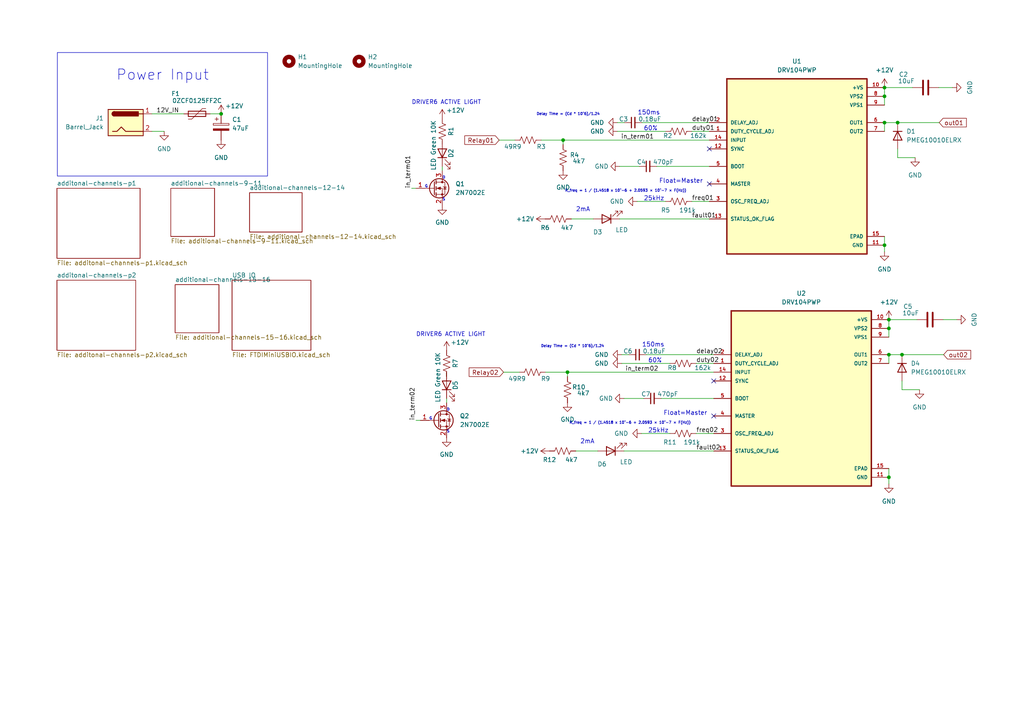
<source format=kicad_sch>
(kicad_sch (version 20231120) (generator "eeschema") (generator_version "8.0")
  (paper "A4")
  (title_block (title "16 Channel PWM Solenoid Driver - USB") (date "2024-06-12") (rev "3") (company "Boston University"))
  (lib_symbols
    (symbol "Connector:Barrel_Jack" (pin_names (offset 1.016))
      (property "Reference" "J" (at 0 5.334 0))
      (property "Value" "Barrel_Jack" (at 0 -5.08 0))
      (symbol "Barrel_Jack_0_1"
        (rectangle (start -5.08 3.81) (end 5.08 -3.81) (stroke (width 0.254)) (fill (type background)))
        (arc (start -3.302 3.175) (mid -3.9343 2.54) (end -3.302 1.905) (stroke (width 0.254)))
        (arc (start -3.302 3.175) (mid -3.9343 2.54) (end -3.302 1.905) (stroke (width 0.254)) (fill (type outline)))
        (polyline (pts (xy 5.08 2.54) (xy 3.81 2.54)) (stroke (width 0.254)))
        (polyline (pts (xy -3.81 -2.54) (xy -2.54 -2.54) (xy -1.27 -1.27) (xy 0 -2.54) (xy 2.54 -2.54) (xy 5.08 -2.54)) (stroke (width 0.254)))
        (rectangle (start 3.683 3.175) (end -3.302 1.905) (stroke (width 0.254)) (fill (type outline)))
      )
      (symbol "Barrel_Jack_1_1"
        (pin passive line (at 7.62 2.54 180) (length 2.54) (name "~") (number "1"))
        (pin passive line (at 7.62 -2.54 180) (length 2.54) (name "~") (number "2"))
      )
    )
    (symbol "DRV104PWP:DRV104PWP" (pin_names (offset 1.016))
      (property "Reference" "U" (at -20.32 26.4 0))
      (property "Value" "DRV104PWP" (at -20.32 -29.4 0))
      (symbol "DRV104PWP_0_0"
        (rectangle (start -20.32 -25.4) (end 20.32 25.4) (stroke (width 0.41)) (fill (type background)))
        (pin input line (at -25.4 10.16 0) (length 5.08) (name "DUTY_CYCLE_ADJ") (number "1"))
        (pin power_in line (at 25.4 22.86 180) (length 5.08) (name "+VS") (number "10"))
        (pin power_in line (at 25.4 -22.86 180) (length 5.08) (name "GND") (number "11"))
        (pin input line (at -25.4 5.08 0) (length 5.08) (name "SYNC") (number "12"))
        (pin bidirectional line (at -25.4 -15.24 0) (length 5.08) (name "STATUS_OK_FLAG") (number "13"))
        (pin input line (at -25.4 7.62 0) (length 5.08) (name "INPUT") (number "14"))
        (pin power_in line (at 25.4 -20.32 180) (length 5.08) (name "EPAD") (number "15"))
        (pin input line (at -25.4 12.7 0) (length 5.08) (name "DELAY_ADJ") (number "2"))
        (pin bidirectional line (at -25.4 -10.16 0) (length 5.08) (name "OSC_FREQ_ADJ") (number "3"))
        (pin bidirectional line (at -25.4 -5.08 0) (length 5.08) (name "MASTER") (number "4"))
        (pin bidirectional line (at -25.4 0 0) (length 5.08) (name "BOOT") (number "5"))
        (pin output line (at 25.4 12.7 180) (length 5.08) (name "OUT1") (number "6"))
        (pin output line (at 25.4 10.16 180) (length 5.08) (name "OUT2") (number "7"))
        (pin power_in line (at 25.4 20.32 180) (length 5.08) (name "VPS2") (number "8"))
        (pin power_in line (at 25.4 17.78 180) (length 5.08) (name "VPS1") (number "9"))
      )
    )
    (symbol "Device:C" (pin_numbers hide) (pin_names (offset 0.254))
      (property "Reference" "C" (at 0.635 2.54 0))
      (property "Value" "C" (at 0.635 -2.54 0))
      (symbol "C_0_1"
        (polyline (pts (xy -2.032 -0.762) (xy 2.032 -0.762)) (stroke (width 0.508)))
        (polyline (pts (xy -2.032 0.762) (xy 2.032 0.762)) (stroke (width 0.508)))
      )
      (symbol "C_1_1"
        (pin passive line (at 0 3.81 270) (length 2.794) (name "~") (number "1"))
        (pin passive line (at 0 -3.81 90) (length 2.794) (name "~") (number "2"))
      )
    )
    (symbol "Device:C_Polarized" (pin_numbers hide) (pin_names (offset 0.254))
      (property "Reference" "C" (at 0.635 2.54 0))
      (property "Value" "C_Polarized" (at 0.635 -2.54 0))
      (symbol "C_Polarized_0_1"
        (rectangle (start -2.286 0.508) (end 2.286 1.016))
        (polyline (pts (xy -1.778 2.286) (xy -0.762 2.286)))
        (polyline (pts (xy -1.27 2.794) (xy -1.27 1.778)))
        (rectangle (start 2.286 -0.508) (end -2.286 -1.016) (fill (type outline)))
      )
      (symbol "C_Polarized_1_1"
        (pin passive line (at 0 3.81 270) (length 2.794) (name "~") (number "1"))
        (pin passive line (at 0 -3.81 90) (length 2.794) (name "~") (number "2"))
      )
    )
    (symbol "Device:C_Small" (pin_numbers hide) (pin_names (offset 0.254) hide)
      (property "Reference" "C" (at 0.254 1.778 0))
      (property "Value" "C_Small" (at 0.254 -2.032 0))
      (symbol "C_Small_0_1"
        (polyline (pts (xy -1.524 -0.508) (xy 1.524 -0.508)) (stroke (width 0.3302)))
        (polyline (pts (xy -1.524 0.508) (xy 1.524 0.508)) (stroke (width 0.3048)))
      )
      (symbol "C_Small_1_1"
        (pin passive line (at 0 2.54 270) (length 2.032) (name "~") (number "1"))
        (pin passive line (at 0 -2.54 90) (length 2.032) (name "~") (number "2"))
      )
    )
    (symbol "Device:D" (pin_numbers hide) (pin_names (offset 1.016) hide)
      (property "Reference" "D" (at 0 2.54 0))
      (property "Value" "D" (at 0 -2.54 0))
      (symbol "D_0_1"
        (polyline (pts (xy -1.27 1.27) (xy -1.27 -1.27)) (stroke (width 0.254)))
        (polyline (pts (xy 1.27 0) (xy -1.27 0)))
        (polyline (pts (xy 1.27 1.27) (xy 1.27 -1.27) (xy -1.27 0) (xy 1.27 1.27)) (stroke (width 0.254)))
      )
      (symbol "D_1_1"
        (pin passive line (at -3.81 0 0) (length 2.54) (name "K") (number "1"))
        (pin passive line (at 3.81 0 180) (length 2.54) (name "A") (number "2"))
      )
    )
    (symbol "Device:LED" (pin_numbers hide) (pin_names (offset 1.016) hide)
      (property "Reference" "D" (at 0 2.54 0))
      (property "Value" "LED" (at 0 -2.54 0))
      (symbol "LED_0_1"
        (polyline (pts (xy -1.27 -1.27) (xy -1.27 1.27)) (stroke (width 0.254)))
        (polyline (pts (xy -1.27 0) (xy 1.27 0)))
        (polyline (pts (xy 1.27 -1.27) (xy 1.27 1.27) (xy -1.27 0) (xy 1.27 -1.27)) (stroke (width 0.254)))
        (polyline (pts (xy -3.048 -0.762) (xy -4.572 -2.286) (xy -3.81 -2.286) (xy -4.572 -2.286) (xy -4.572 -1.524)))
        (polyline (pts (xy -1.778 -0.762) (xy -3.302 -2.286) (xy -2.54 -2.286) (xy -3.302 -2.286) (xy -3.302 -1.524)))
      )
      (symbol "LED_1_1"
        (pin passive line (at -3.81 0 0) (length 2.54) (name "K") (number "1"))
        (pin passive line (at 3.81 0 180) (length 2.54) (name "A") (number "2"))
      )
    )
    (symbol "Device:Polyfuse" (pin_numbers hide) (pin_names (offset 0))
      (property "Reference" "F" (at -2.54 0 90))
      (property "Value" "Polyfuse" (at 2.54 0 90))
      (symbol "Polyfuse_0_1"
        (rectangle (start -0.762 2.54) (end 0.762 -2.54) (stroke (width 0.254)))
        (polyline (pts (xy 0 2.54) (xy 0 -2.54)))
        (polyline (pts (xy -1.524 2.54) (xy -1.524 1.524) (xy 1.524 -1.524) (xy 1.524 -2.54)))
      )
      (symbol "Polyfuse_1_1"
        (pin passive line (at 0 3.81 270) (length 1.27) (name "~") (number "1"))
        (pin passive line (at 0 -3.81 90) (length 1.27) (name "~") (number "2"))
      )
    )
    (symbol "Device:R_US" (pin_numbers hide) (pin_names (offset 0))
      (property "Reference" "R" (at 2.54 0 90))
      (property "Value" "R_US" (at -2.54 0 90))
      (symbol "R_US_0_1"
        (polyline (pts (xy 0 -2.286) (xy 0 -2.54)))
        (polyline (pts (xy 0 2.286) (xy 0 2.54)))
        (polyline (pts (xy 0 -0.762) (xy 1.016 -1.143) (xy 0 -1.524) (xy -1.016 -1.905) (xy 0 -2.286)))
        (polyline (pts (xy 0 0.762) (xy 1.016 0.381) (xy 0 0) (xy -1.016 -0.381) (xy 0 -0.762)))
        (polyline (pts (xy 0 2.286) (xy 1.016 1.905) (xy 0 1.524) (xy -1.016 1.143) (xy 0 0.762)))
      )
      (symbol "R_US_1_1"
        (pin passive line (at 0 3.81 270) (length 1.27) (name "~") (number "1"))
        (pin passive line (at 0 -3.81 90) (length 1.27) (name "~") (number "2"))
      )
    )
    (symbol "Mechanical:MountingHole" (pin_names (offset 1.016))
      (property "Reference" "H" (at 0 5.08 0))
      (property "Value" "MountingHole" (at 0 3.175 0))
      (symbol "MountingHole_0_1"
        (circle (center 0 0) (radius 1.27) (stroke (width 1.27)))
      )
    )
    (symbol "Transistor_FET:2N7002E" (pin_names hide)
      (property "Reference" "Q" (at 5.08 1.905 0))
      (property "Value" "2N7002E" (at 5.08 0 0))
      (symbol "2N7002E_0_1"
        (polyline (pts (xy 0.254 0) (xy -2.54 0)))
        (polyline (pts (xy 0.254 1.905) (xy 0.254 -1.905)) (stroke (width 0.254)))
        (polyline (pts (xy 0.762 -1.27) (xy 0.762 -2.286)) (stroke (width 0.254)))
        (polyline (pts (xy 0.762 0.508) (xy 0.762 -0.508)) (stroke (width 0.254)))
        (polyline (pts (xy 0.762 2.286) (xy 0.762 1.27)) (stroke (width 0.254)))
        (polyline (pts (xy 2.54 2.54) (xy 2.54 1.778)))
        (polyline (pts (xy 2.54 -2.54) (xy 2.54 0) (xy 0.762 0)))
        (polyline (pts (xy 0.762 -1.778) (xy 3.302 -1.778) (xy 3.302 1.778) (xy 0.762 1.778)))
        (polyline (pts (xy 1.016 0) (xy 2.032 0.381) (xy 2.032 -0.381) (xy 1.016 0)) (fill (type outline)))
        (polyline (pts (xy 2.794 0.508) (xy 2.921 0.381) (xy 3.683 0.381) (xy 3.81 0.254)))
        (polyline (pts (xy 3.302 0.381) (xy 2.921 -0.254) (xy 3.683 -0.254) (xy 3.302 0.381)))
        (circle (center 1.651 0) (radius 2.794) (stroke (width 0.254)))
        (circle (center 2.54 -1.778) (radius 0.254) (fill (type outline)))
        (circle (center 2.54 1.778) (radius 0.254) (fill (type outline)))
      )
      (symbol "2N7002E_1_1"
        (pin input line (at -5.08 0 0) (length 2.54) (name "G") (number "1"))
        (pin passive line (at 2.54 -5.08 90) (length 2.54) (name "S") (number "2"))
        (pin passive line (at 2.54 5.08 270) (length 2.54) (name "D") (number "3"))
      )
    )
    (symbol "power:+12V" (power) (pin_names (offset 0))
      (property "Value" "+12V" (at 0 3.556 0))
      (symbol "+12V_0_1"
        (polyline (pts (xy -0.762 1.27) (xy 0 2.54)))
        (polyline (pts (xy 0 0) (xy 0 2.54)))
        (polyline (pts (xy 0 2.54) (xy 0.762 1.27)))
      )
      (symbol "+12V_1_1"
        (pin power_in line (at 0 0 90) (length 0) hide (name "+12V") (number "1"))
      )
    )
    (symbol "power:GND" (power) (pin_names (offset 0))
      (property "Value" "GND" (at 0 -3.81 0))
      (symbol "GND_0_1"
        (polyline (pts (xy 0 0) (xy 0 -1.27) (xy 1.27 -1.27) (xy 0 -2.54) (xy -1.27 -1.27) (xy 0 -1.27)))
      )
      (symbol "GND_1_1"
        (pin power_in line (at 0 0 270) (length 0) hide (name "GND") (number "1"))
      )
    )
  )
  (junction (at 260.35 35.56))
  (junction (at 257.81 102.87))
  (junction (at 164.592 107.95))
  (junction (at 256.54 27.94))
  (junction (at 163.322 40.64))
  (junction (at 257.81 95.25))
  (junction (at 64.135 33.02))
  (junction (at 256.54 25.4))
  (junction (at 256.54 71.12))
  (junction (at 257.81 92.71))
  (junction (at 256.54 35.56))
  (junction (at 257.81 138.43))
  (junction (at 261.62 102.87))
  (no_connect (at 207.01 120.65))
  (no_connect (at 205.74 43.18))
  (no_connect (at 207.01 110.49))
  (no_connect (at 205.74 53.34))
  (wire (pts (xy 190.5 48.26) (xy 205.74 48.26)))
  (wire (pts (xy 264.668 25.4) (xy 256.54 25.4)))
  (wire (pts (xy 158.242 107.95) (xy 164.592 107.95)))
  (wire (pts (xy 181.102 35.56) (xy 179.07 35.56)))
  (wire (pts (xy 257.81 102.87) (xy 257.81 105.41)))
  (wire (pts (xy 260.35 45.72) (xy 260.35 43.18)))
  (wire (pts (xy 179.07 38.1) (xy 193.04 38.1)))
  (wire (pts (xy 180.975 130.81) (xy 207.01 130.81)))
  (wire (pts (xy 256.54 25.4) (xy 256.54 27.94)))
  (wire (pts (xy 182.372 102.87) (xy 180.34 102.87)))
  (wire (pts (xy 257.81 102.87) (xy 261.62 102.87)))
  (wire (pts (xy 257.81 92.71) (xy 257.81 95.25)))
  (wire (pts (xy 260.35 35.56) (xy 272.415 35.56)))
  (wire (pts (xy 256.54 35.56) (xy 260.35 35.56)))
  (wire (pts (xy 186.182 35.56) (xy 205.74 35.56)))
  (wire (pts (xy 164.592 107.95) (xy 207.01 107.95)))
  (wire (pts (xy 257.81 95.25) (xy 257.81 97.79)))
  (wire (pts (xy 256.54 71.12) (xy 256.54 73.025)))
  (wire (pts (xy 201.93 105.41) (xy 207.01 105.41)))
  (wire (pts (xy 200.66 58.42) (xy 205.74 58.42)))
  (wire (pts (xy 266.7 113.03) (xy 261.62 113.03)))
  (wire (pts (xy 257.81 135.89) (xy 257.81 138.43)))
  (wire (pts (xy 167.005 130.81) (xy 173.355 130.81)))
  (wire (pts (xy 163.322 40.64) (xy 205.74 40.64)))
  (wire (pts (xy 187.452 102.87) (xy 207.01 102.87)))
  (wire (pts (xy 185.42 48.26) (xy 179.705 48.26)))
  (wire (pts (xy 186.055 125.73) (xy 194.31 125.73)))
  (wire (pts (xy 163.322 40.64) (xy 163.322 41.91)))
  (wire (pts (xy 146.05 107.95) (xy 150.622 107.95)))
  (wire (pts (xy 164.592 107.95) (xy 164.592 109.22)))
  (wire (pts (xy 273.558 92.71) (xy 277.495 92.71)))
  (wire (pts (xy 129.54 115.57) (xy 129.54 116.84)))
  (wire (pts (xy 128.27 48.26) (xy 128.27 49.53)))
  (wire (pts (xy 156.972 40.64) (xy 163.322 40.64)))
  (wire (pts (xy 44.069 33.02) (xy 53.34 33.02)))
  (wire (pts (xy 165.735 63.5) (xy 172.085 63.5)))
  (wire (pts (xy 256.54 68.58) (xy 256.54 71.12)))
  (wire (pts (xy 272.288 25.4) (xy 276.225 25.4)))
  (wire (pts (xy 256.54 27.94) (xy 256.54 30.48)))
  (wire (pts (xy 119.38 54.61) (xy 120.65 54.61)))
  (wire (pts (xy 200.66 38.1) (xy 205.74 38.1)))
  (wire (pts (xy 129.54 109.22) (xy 129.54 107.95)))
  (wire (pts (xy 256.54 35.56) (xy 256.54 38.1)))
  (wire (pts (xy 144.78 40.64) (xy 149.352 40.64)))
  (wire (pts (xy 60.96 33.02) (xy 64.135 33.02)))
  (wire (pts (xy 265.43 45.72) (xy 260.35 45.72)))
  (wire (pts (xy 128.27 41.91) (xy 128.27 40.64)))
  (wire (pts (xy 261.62 113.03) (xy 261.62 110.49)))
  (wire (pts (xy 120.65 121.92) (xy 121.92 121.92)))
  (wire (pts (xy 257.81 138.43) (xy 257.81 140.335)))
  (wire (pts (xy 265.938 92.71) (xy 257.81 92.71)))
  (wire (pts (xy 179.705 63.5) (xy 205.74 63.5)))
  (wire (pts (xy 201.93 125.73) (xy 207.01 125.73)))
  (wire (pts (xy 180.34 105.41) (xy 194.31 105.41)))
  (wire (pts (xy 261.62 102.87) (xy 273.685 102.87)))
  (wire (pts (xy 191.77 115.57) (xy 207.01 115.57)))
  (wire (pts (xy 184.785 58.42) (xy 193.04 58.42)))
  (wire (pts (xy 44.069 38.1) (xy 47.625 38.1)))
  (wire (pts (xy 186.69 115.57) (xy 180.975 115.57)))
  (rectangle (start 16.637 15.24) (end 77.597 51.054))
  (text "25kHz" (at 186.69 58.42 0) (effects (font (size 1.27 1.27)) (justify left bottom)))
  (text "60%" (at 186.69 38.1 0) (effects (font (size 1.27 1.27)) (justify left bottom)))
  (text "R_freq = 1 / (1.4518 x 10^−6 + 2.0593 × 10^−7 × F(Hz))" (at 163.83 55.88 0) (effects (font (size 0.75 0.75)) (justify left bottom)))
  (text "G" (at 123.19 54.61 0) (effects (font (size 0.75 0.75)) (justify left bottom)))
  (text "2mA" (at 168.275 128.905 0) (effects (font (size 1.27 1.27)) (justify left bottom)))
  (text "G" (at 124.46 121.92 0) (effects (font (size 0.75 0.75)) (justify left bottom)))
  (text "Delay Time = (Cd * 10^6)/1.24" (at 156.845 100.965 0) (effects (font (size 0.75 0.75)) (justify left bottom)))
  (text "2mA" (at 167.005 61.595 0) (effects (font (size 1.27 1.27)) (justify left bottom)))
  (text "25kHz" (at 187.96 125.73 0) (effects (font (size 1.27 1.27)) (justify left bottom)))
  (text "S" (at 129.54 125.73 0) (effects (font (size 0.75 0.75)) (justify left bottom)))
  (text "DRIVER6 ACTIVE LIGHT" (at 120.65 97.79 0) (effects (font (size 1.2 1.2)) (justify left bottom)))
  (text "Power Input" (at 33.655 23.622 0) (effects (font (size 3 3)) (justify left bottom)))
  (text "S" (at 128.27 58.42 0) (effects (font (size 0.75 0.75)) (justify left bottom)))
  (text "Delay Time = (Cd * 10^6)/1.24" (at 155.575 33.655 0) (effects (font (size 0.75 0.75)) (justify left bottom)))
  (text "Float=Master" (at 191.135 53.34 0) (effects (font (size 1.27 1.27)) (justify left bottom)))
  (text "R_freq = 1 / (1.4518 x 10^−6 + 2.0593 × 10^−7 × F(Hz))" (at 165.1 123.19 0) (effects (font (size 0.75 0.75)) (justify left bottom)))
  (text "150ms" (at 184.912 33.528 0) (effects (font (size 1.27 1.27)) (justify left bottom)))
  (text "Float=Master" (at 192.405 120.65 0) (effects (font (size 1.27 1.27)) (justify left bottom)))
  (text "D" (at 128.27 52.07 0) (effects (font (size 0.75 0.75)) (justify left bottom)))
  (text "150ms" (at 186.182 100.838 0) (effects (font (size 1.27 1.27)) (justify left bottom)))
  (text "60%" (at 187.96 105.41 0) (effects (font (size 1.27 1.27)) (justify left bottom)))
  (text "D" (at 129.54 119.38 0) (effects (font (size 0.75 0.75)) (justify left bottom)))
  (text "DRIVER6 ACTIVE LIGHT" (at 119.38 30.48 0) (effects (font (size 1.2 1.2)) (justify left bottom)))
  (label "in_term01" (at 119.38 54.61 90))
  (label "in_term01" (at 180.086 40.64 0))
  (label "duty01" (at 200.66 38.1 0))
  (label "in_term02" (at 181.356 107.95 0))
  (label "delay01" (at 200.66 35.56 0))
  (label "12V_IN" (at 45.339 33.02 0))
  (label "in_term02" (at 120.65 121.92 90))
  (label "duty02" (at 201.93 105.41 0))
  (label "freq01" (at 200.66 58.42 0))
  (label "delay02" (at 201.93 102.87 0))
  (label "fault02" (at 201.93 130.81 0))
  (label "freq02" (at 201.93 125.73 0))
  (label "fault01" (at 200.66 63.5 0))
  (global_label "Relay02" (shape input) (at 146.05 107.95 180) (property "Intersheetrefs" "${INTERSHEET_REFS}" (effects (hide yes))))
  (global_label "out02" (shape input) (at 273.685 102.87 0) (property "Intersheetrefs" "${INTERSHEET_REFS}" (effects (hide yes))))
  (global_label "Relay01" (shape input) (at 144.78 40.64 180) (property "Intersheetrefs" "${INTERSHEET_REFS}" (effects (hide yes))))
  (global_label "out01" (shape input) (at 272.415 35.56 0) (property "Intersheetrefs" "${INTERSHEET_REFS}" (effects (hide yes))))
  (symbol (lib_id "Device:C") (at 268.478 25.4 90) (unit 1)
    (property "Reference" "C2" (at 263.398 21.59 90) (effects (justify left)))
    (property "Value" "10uF" (at 265.303 23.495 90) (effects (justify left)))
    (property "Footprint" "Capacitor_SMD:C_1210_3225Metric" (effects (hide yes)))
    (property "PartNum" "CL32A106KLULNNE" (effects (hide yes)))
    (property "Mfg" "Samsung Electro-Mechanics" (effects (hide yes)))
  )
  (symbol (lib_id "Device:C_Polarized") (at 64.135 36.83 0) (unit 1)
    (property "Reference" "C1" (at 67.31 34.6709 0) (effects (justify left)))
    (property "Value" "47uF" (at 67.31 37.2109 0) (effects (justify left)))
    (property "Footprint" "Capacitor_Tantalum_SMD:CP_EIA-7343-43_Kemet-X_Pad2.25x2.55mm_HandSolder" (effects (hide yes)))
    (property "PartNum" "T491X476K035AT" (effects (hide yes)))
    (property "Mfg" "Kemet" (effects (hide yes)))
  )
  (symbol (lib_id "power:GND") (at 180.975 115.57 270) (unit 1)
    (property "Reference" "#PWR022" (effects (hide yes)))
    (property "Value" "GND" (at 177.8 115.57 90) (effects (justify right)))
  )
  (symbol (lib_id "power:+12V") (at 129.54 101.6 0) (unit 1)
    (property "Reference" "#PWR018" (effects (hide yes)))
    (property "Value" "+12V" (at 133.35 99.314 0))
  )
  (symbol (lib_id "power:GND") (at 179.705 48.26 270) (unit 1)
    (property "Reference" "#PWR010" (effects (hide yes)))
    (property "Value" "GND" (at 176.53 48.26 90) (effects (justify right)))
  )
  (symbol (lib_id "power:GND") (at 179.07 38.1 270) (unit 1)
    (property "Reference" "#PWR07" (effects (hide yes)))
    (property "Value" "GND" (at 175.26 38.1 90) (effects (justify right)))
  )
  (symbol (lib_id "power:+12V") (at 128.27 34.29 0) (unit 1)
    (property "Reference" "#PWR04" (effects (hide yes)))
    (property "Value" "+12V" (at 132.08 32.004 0))
  )
  (symbol (lib_id "Device:D") (at 261.62 106.68 270) (unit 1)
    (property "Reference" "D4" (at 264.16 105.41 90) (effects (justify left)))
    (property "Value" "PMEG10010ELRX" (at 264.16 107.95 90) (effects (justify left)))
    (property "Footprint" "Diode_SMD:Nexperia_CFP3_SOD-123W" (effects (hide yes)))
    (property "Sim.Device" "D" (effects (hide yes)))
    (property "Sim.Pins" "1=K 2=A" (effects (hide yes)))
    (property "PartNum" "PMEG10010ELRX" (effects (hide yes)))
    (property "Mfg" "Nexperia" (effects (hide yes)))
  )
  (symbol (lib_id "power:+12V") (at 64.135 33.02 0) (unit 1)
    (property "Reference" "#PWR03" (effects (hide yes)))
    (property "Value" "+12V" (at 67.945 30.734 0))
  )
  (symbol (lib_id "Device:C_Small") (at 187.96 48.26 90) (unit 1)
    (property "Reference" "C4" (at 186.055 46.99 90))
    (property "Value" "470pF" (at 192.405 46.99 90))
    (property "Footprint" "Capacitor_SMD:C_1206_3216Metric" (effects (hide yes)))
    (property "PartNum" "C0805C471K5RAC7800" (effects (hide yes)))
    (property "Mfg" "Kemet" (effects (hide yes)))
  )
  (symbol (lib_id "power:GND") (at 184.785 58.42 270) (unit 1)
    (property "Reference" "#PWR012" (effects (hide yes)))
    (property "Value" "GND" (at 180.975 58.42 90) (effects (justify right)))
  )
  (symbol (lib_id "Device:LED") (at 129.54 111.76 90) (unit 1)
    (property "Reference" "D5" (at 132.08 111.76 0))
    (property "Value" "LED Green" (at 127 111.76 0))
    (property "Footprint" "LED_SMD:LED_0805_2012Metric" (effects (hide yes)))
    (property "PartNum" "150080RS75000" (effects (hide yes)))
    (property "Mfg" "Wurth" (effects (hide yes)))
  )
  (symbol (lib_id "power:GND") (at 257.81 140.335 0) (unit 1)
    (property "Reference" "#PWR027" (effects (hide yes)))
    (property "Value" "GND" (at 257.81 145.415 0))
  )
  (symbol (lib_id "DRV104PWP:DRV104PWP") (at 232.41 115.57 0) (unit 1)
    (property "Reference" "U2" (at 232.41 85.09 0))
    (property "Value" "DRV104PWP" (at 232.41 87.63 0))
    (property "Footprint" "Solenoid_Driver:IC_TPS27S100BPWPR" (effects (hide yes)))
    (property "PartNum" "DRV104PWP" (effects (hide yes)))
    (property "Mfg" "TI" (effects (hide yes)))
  )
  (symbol (lib_id "power:GND") (at 47.625 38.1 0) (unit 1)
    (property "Reference" "#PWR06" (effects (hide yes)))
    (property "Value" "GND" (at 47.625 43.18 0))
  )
  (symbol (lib_id "power:GND") (at 186.055 125.73 270) (unit 1)
    (property "Reference" "#PWR024" (effects (hide yes)))
    (property "Value" "GND" (at 182.245 125.73 90) (effects (justify right)))
  )
  (symbol (lib_id "power:GND") (at 164.592 116.84 0) (unit 1)
    (property "Reference" "#PWR023" (effects (hide yes)))
    (property "Value" "GND" (at 164.592 121.666 0))
  )
  (symbol (lib_id "power:+12V") (at 158.115 63.5 90) (unit 1)
    (property "Reference" "#PWR014" (effects (hide yes)))
    (property "Value" "+12V" (at 154.94 63.5 90) (effects (justify left)))
  )
  (symbol (lib_id "Connector:Barrel_Jack") (at 36.449 35.56 0) (unit 1)
    (property "Reference" "J1" (at 30.099 34.29 0) (effects (justify right)))
    (property "Value" "Barrel_Jack" (at 30.099 36.83 0) (effects (justify right)))
    (property "Footprint" "Connector_BarrelJack:BarrelJack_CUI_PJ-063AH_Horizontal" (effects (hide yes)))
    (property "PartNum" "PJ-063AH" (effects (hide yes)))
    (property "Mfg" "CUI" (effects (hide yes)))
  )
  (symbol (lib_id "Device:LED") (at 175.895 63.5 180) (unit 1)
    (property "Reference" "D3" (at 173.355 67.31 0))
    (property "Value" "LED" (at 180.34 66.675 0))
    (property "Footprint" "LED_SMD:LED_0805_2012Metric" (effects (hide yes)))
    (property "PartNum" "150080RS75000" (effects (hide yes)))
    (property "Mfg" "Wurth" (effects (hide yes)))
  )
  (symbol (lib_id "power:GND") (at 179.07 35.56 270) (unit 1)
    (property "Reference" "#PWR05" (effects (hide yes)))
    (property "Value" "GND" (at 175.26 35.56 90) (effects (justify right)))
  )
  (symbol (lib_id "Mechanical:MountingHole") (at 83.82 17.78 0) (unit 1)
    (property "Reference" "H1" (at 86.36 16.51 0) (effects (justify left)))
    (property "Value" "MountingHole" (at 86.36 19.05 0) (effects (justify left)))
    (property "Footprint" "MountingHole:MountingHole_2.2mm_M2_Pad" (effects (hide yes)))
  )
  (symbol (lib_id "power:GND") (at 129.54 127 0) (unit 1)
    (property "Reference" "#PWR025" (effects (hide yes)))
    (property "Value" "GND" (at 129.54 131.826 0))
  )
  (symbol (lib_id "Device:LED") (at 128.27 44.45 90) (unit 1)
    (property "Reference" "D2" (at 130.81 44.45 0))
    (property "Value" "LED Green" (at 125.73 44.45 0))
    (property "Footprint" "LED_SMD:LED_0805_2012Metric" (effects (hide yes)))
    (property "PartNum" "150080RS75000" (effects (hide yes)))
    (property "Mfg" "Wurth" (effects (hide yes)))
  )
  (symbol (lib_id "power:GND") (at 277.495 92.71 90) (unit 1)
    (property "Reference" "#PWR017" (effects (hide yes)))
    (property "Value" "GND" (at 282.575 92.71 0))
  )
  (symbol (lib_id "Mechanical:MountingHole") (at 104.14 17.78 0) (unit 1)
    (property "Reference" "H2" (at 106.68 16.51 0) (effects (justify left)))
    (property "Value" "MountingHole" (at 106.68 19.05 0) (effects (justify left)))
    (property "Footprint" "MountingHole:MountingHole_2.2mm_M2_Pad" (effects (hide yes)))
  )
  (symbol (lib_id "Device:C_Small") (at 184.912 102.87 90) (unit 1)
    (property "Reference" "C6" (at 182.118 101.854 90))
    (property "Value" "0.18uF" (at 189.738 101.854 90))
    (property "Footprint" "Capacitor_SMD:C_1206_3216Metric" (effects (hide yes)))
    (property "PartNum" "08053C184KAT2A" (effects (hide yes)))
    (property "Mfg" "KYOCERA AVX" (effects (hide yes)))
  )
  (symbol (lib_id "Device:D") (at 260.35 39.37 270) (unit 1)
    (property "Reference" "D1" (at 262.89 38.1 90) (effects (justify left)))
    (property "Value" "PMEG10010ELRX" (at 262.89 40.64 90) (effects (justify left)))
    (property "Footprint" "Diode_SMD:Nexperia_CFP3_SOD-123W" (effects (hide yes)))
    (property "Sim.Device" "D" (effects (hide yes)))
    (property "Sim.Pins" "1=K 2=A" (effects (hide yes)))
    (property "PartNum" "PMEG10010ELRX" (effects (hide yes)))
    (property "Mfg" "Nexperia" (effects (hide yes)))
  )
  (symbol (lib_id "Device:R_US") (at 163.322 45.72 180) (unit 1)
    (property "Reference" "R4" (at 166.624 44.958 0))
    (property "Value" "4k7" (at 167.894 46.736 0))
    (property "Footprint" "Resistor_SMD:R_1206_3216Metric" (effects (hide yes)))
    (property "PartNum" "RC0805JR-074K7L" (effects (hide yes)))
    (property "Mfg" "Yageo" (effects (hide yes)))
  )
  (symbol (lib_id "power:GND") (at 128.27 59.69 0) (unit 1)
    (property "Reference" "#PWR013" (effects (hide yes)))
    (property "Value" "GND" (at 128.27 64.516 0))
  )
  (symbol (lib_id "Device:C_Small") (at 183.642 35.56 90) (unit 1)
    (property "Reference" "C3" (at 180.848 34.544 90))
    (property "Value" "0.18uF" (at 188.468 34.544 90))
    (property "Footprint" "Capacitor_SMD:C_1206_3216Metric" (effects (hide yes)))
    (property "PartNum" "08053C184KAT2A" (effects (hide yes)))
    (property "Mfg" "KYOCERA AVX" (effects (hide yes)))
  )
  (symbol (lib_id "power:GND") (at 180.34 102.87 270) (unit 1)
    (property "Reference" "#PWR019" (effects (hide yes)))
    (property "Value" "GND" (at 176.53 102.87 90) (effects (justify right)))
  )
  (symbol (lib_id "Device:R_US") (at 196.85 38.1 90) (unit 1)
    (property "Reference" "R2" (at 193.675 39.37 90))
    (property "Value" "162k" (at 202.565 39.37 90))
    (property "Footprint" "Resistor_SMD:R_1206_3216Metric" (effects (hide yes)))
    (property "PartNum" "RC0805FR-07162KL" (effects (hide yes)))
    (property "Mfg" "Yageo" (effects (hide yes)))
  )
  (symbol (lib_id "Device:Polyfuse") (at 57.15 33.02 90) (unit 1)
    (property "Reference" "F1" (at 50.927 27.178 90))
    (property "Value" "0ZCF0125FF2C" (at 57.15 29.21 90))
    (property "Footprint" "Fuse:Fuse_2920_7451Metric" (effects (hide yes)))
    (property "PartNum" "0ZCF0125FF2C" (effects (hide yes)))
    (property "Mfg" "Bel Fuse" (effects (hide yes)))
  )
  (symbol (lib_id "Device:R_US") (at 129.54 105.41 0) (unit 1)
    (property "Reference" "R7" (at 132.08 105.41 90))
    (property "Value" "10K" (at 127 104.14 90))
    (property "Footprint" "Resistor_SMD:R_1206_3216Metric" (effects (hide yes)))
    (property "PartNum" "RC0805FR-07162KL" (effects (hide yes)))
    (property "Mfg" "Yageo" (effects (hide yes)))
  )
  (symbol (lib_id "Device:R_US") (at 196.85 58.42 90) (unit 1)
    (property "Reference" "R5" (at 193.04 60.96 90))
    (property "Value" "191k" (at 199.39 60.96 90))
    (property "Footprint" "Resistor_SMD:R_1206_3216Metric" (effects (hide yes)))
    (property "PartNum" "RC0805FR-07191KL" (effects (hide yes)))
    (property "Mfg" "Yageo" (effects (hide yes)))
  )
  (symbol (lib_id "power:+12V") (at 257.81 92.71 0) (unit 1)
    (property "Reference" "#PWR016" (effects (hide yes)))
    (property "Value" "+12V" (at 257.81 87.63 0))
  )
  (symbol (lib_id "Device:R_US") (at 153.162 40.64 90) (unit 1)
    (property "Reference" "R3" (at 156.972 42.545 90))
    (property "Value" "49R9" (at 148.717 42.545 90))
    (property "Footprint" "Resistor_SMD:R_1206_3216Metric" (effects (hide yes)))
    (property "PartNum" "RC0805FR-0749R9L" (effects (hide yes)))
    (property "Mfg" "Yageo" (effects (hide yes)))
  )
  (symbol (lib_id "Device:R_US") (at 154.432 107.95 90) (unit 1)
    (property "Reference" "R9" (at 158.242 109.855 90))
    (property "Value" "49R9" (at 149.987 109.855 90))
    (property "Footprint" "Resistor_SMD:R_1206_3216Metric" (effects (hide yes)))
    (property "PartNum" "RC0805FR-0749R9L" (effects (hide yes)))
    (property "Mfg" "Yageo" (effects (hide yes)))
  )
  (symbol (lib_id "Device:LED") (at 177.165 130.81 180) (unit 1)
    (property "Reference" "D6" (at 174.625 134.62 0))
    (property "Value" "LED" (at 181.61 133.985 0))
    (property "Footprint" "LED_SMD:LED_0805_2012Metric" (effects (hide yes)))
    (property "PartNum" "150080RS75000" (effects (hide yes)))
    (property "Mfg" "Wurth" (effects (hide yes)))
  )
  (symbol (lib_id "power:GND") (at 180.34 105.41 270) (unit 1)
    (property "Reference" "#PWR020" (effects (hide yes)))
    (property "Value" "GND" (at 176.53 105.41 90) (effects (justify right)))
  )
  (symbol (lib_id "power:GND") (at 64.135 40.64 0) (unit 1)
    (property "Reference" "#PWR08" (effects (hide yes)))
    (property "Value" "GND" (at 64.135 45.72 0))
  )
  (symbol (lib_id "Device:R_US") (at 163.195 130.81 90) (unit 1)
    (property "Reference" "R12" (at 159.385 133.35 90))
    (property "Value" "4k7" (at 165.735 133.35 90))
    (property "Footprint" "Resistor_SMD:R_1206_3216Metric" (effects (hide yes)))
    (property "PartNum" "RC0805JR-074K7L" (effects (hide yes)))
    (property "Mfg" "Yageo" (effects (hide yes)))
  )
  (symbol (lib_id "Device:R_US") (at 198.12 105.41 90) (unit 1)
    (property "Reference" "R8" (at 194.945 106.68 90))
    (property "Value" "162k" (at 203.835 106.68 90))
    (property "Footprint" "Resistor_SMD:R_1206_3216Metric" (effects (hide yes)))
    (property "PartNum" "RC0805FR-07162KL" (effects (hide yes)))
    (property "Mfg" "Yageo" (effects (hide yes)))
  )
  (symbol (lib_id "power:GND") (at 265.43 45.72 0) (unit 1)
    (property "Reference" "#PWR09" (effects (hide yes)))
    (property "Value" "GND" (at 265.43 50.8 0))
  )
  (symbol (lib_id "power:GND") (at 276.225 25.4 90) (unit 1)
    (property "Reference" "#PWR02" (effects (hide yes)))
    (property "Value" "GND" (at 281.305 25.4 0))
  )
  (symbol (lib_id "Transistor_FET:2N7002E") (at 125.73 54.61 0) (unit 1)
    (property "Reference" "Q1" (at 132.08 53.3399 0) (effects (justify left)))
    (property "Value" "2N7002E" (at 132.08 55.8799 0) (effects (justify left)))
    (property "Footprint" "Package_TO_SOT_SMD:SOT-23" (effects (hide yes)))
    (property "Datasheet" "http://www.diodes.com/assets/Datasheets/ds30376.pdf" (effects (hide yes)))
  )
  (symbol (lib_id "power:+12V") (at 256.54 25.4 0) (unit 1)
    (property "Reference" "#PWR01" (effects (hide yes)))
    (property "Value" "+12V" (at 256.54 20.32 0))
  )
  (symbol (lib_id "Transistor_FET:2N7002E") (at 127 121.92 0) (unit 1)
    (property "Reference" "Q2" (at 133.35 120.6499 0) (effects (justify left)))
    (property "Value" "2N7002E" (at 133.35 123.1899 0) (effects (justify left)))
    (property "Footprint" "Package_TO_SOT_SMD:SOT-23" (effects (hide yes)))
    (property "Datasheet" "http://www.diodes.com/assets/Datasheets/ds30376.pdf" (effects (hide yes)))
  )
  (symbol (lib_id "power:GND") (at 266.7 113.03 0) (unit 1)
    (property "Reference" "#PWR021" (effects (hide yes)))
    (property "Value" "GND" (at 266.7 118.11 0))
  )
  (symbol (lib_id "Device:R_US") (at 161.925 63.5 90) (unit 1)
    (property "Reference" "R6" (at 158.115 66.04 90))
    (property "Value" "4k7" (at 164.465 66.04 90))
    (property "Footprint" "Resistor_SMD:R_1206_3216Metric" (effects (hide yes)))
    (property "PartNum" "RC0805JR-074K7L" (effects (hide yes)))
    (property "Mfg" "Yageo" (effects (hide yes)))
  )
  (symbol (lib_id "Device:R_US") (at 198.12 125.73 90) (unit 1)
    (property "Reference" "R11" (at 194.31 128.27 90))
    (property "Value" "191k" (at 200.66 128.27 90))
    (property "Footprint" "Resistor_SMD:R_1206_3216Metric" (effects (hide yes)))
    (property "PartNum" "RC0805FR-07191KL" (effects (hide yes)))
    (property "Mfg" "Yageo" (effects (hide yes)))
  )
  (symbol (lib_id "Device:C") (at 269.748 92.71 90) (unit 1)
    (property "Reference" "C5" (at 264.668 88.9 90) (effects (justify left)))
    (property "Value" "10uF" (at 266.573 90.805 90) (effects (justify left)))
    (property "Footprint" "Capacitor_SMD:C_1210_3225Metric" (effects (hide yes)))
    (property "PartNum" "CL32A106KLULNNE" (effects (hide yes)))
    (property "Mfg" "Samsung Electro-Mechanics" (effects (hide yes)))
  )
  (symbol (lib_id "Device:R_US") (at 164.592 113.03 180) (unit 1)
    (property "Reference" "R10" (at 167.894 112.268 0))
    (property "Value" "4k7" (at 169.164 114.046 0))
    (property "Footprint" "Resistor_SMD:R_1206_3216Metric" (effects (hide yes)))
    (property "PartNum" "RC0805JR-074K7L" (effects (hide yes)))
    (property "Mfg" "Yageo" (effects (hide yes)))
  )
  (symbol (lib_id "Device:R_US") (at 128.27 38.1 0) (unit 1)
    (property "Reference" "R1" (at 130.81 38.1 90))
    (property "Value" "10K" (at 125.73 36.83 90))
    (property "Footprint" "Resistor_SMD:R_1206_3216Metric" (effects (hide yes)))
    (property "PartNum" "RC0805FR-07162KL" (effects (hide yes)))
    (property "Mfg" "Yageo" (effects (hide yes)))
  )
  (symbol (lib_id "power:GND") (at 256.54 73.025 0) (unit 1)
    (property "Reference" "#PWR015" (effects (hide yes)))
    (property "Value" "GND" (at 256.54 78.105 0))
  )
  (symbol (lib_id "power:GND") (at 163.322 49.53 0) (unit 1)
    (property "Reference" "#PWR011" (effects (hide yes)))
    (property "Value" "GND" (at 163.322 54.356 0))
  )
  (symbol (lib_id "DRV104PWP:DRV104PWP") (at 231.14 48.26 0) (unit 1)
    (property "Reference" "U1" (at 231.14 17.78 0))
    (property "Value" "DRV104PWP" (at 231.14 20.32 0))
    (property "Footprint" "Solenoid_Driver:IC_TPS27S100BPWPR" (effects (hide yes)))
    (property "PartNum" "DRV104PWP" (effects (hide yes)))
    (property "Mfg" "TI" (effects (hide yes)))
  )
  (symbol (lib_id "Device:C_Small") (at 189.23 115.57 90) (unit 1)
    (property "Reference" "C7" (at 187.325 114.3 90))
    (property "Value" "470pF" (at 193.675 114.3 90))
    (property "Footprint" "Capacitor_SMD:C_1206_3216Metric" (effects (hide yes)))
    (property "PartNum" "C0805C471K5RAC7800" (effects (hide yes)))
    (property "Mfg" "Kemet" (effects (hide yes)))
  )
  (symbol (lib_id "power:+12V") (at 159.385 130.81 90) (unit 1)
    (property "Reference" "#PWR026" (effects (hide yes)))
    (property "Value" "+12V" (at 156.21 130.81 90) (effects (justify left)))
  )
  (sheet (at 50.8 82.55) (size 12.7 13.97) (stroke (width 0.1524))
    (property "Sheetname" "additional-channels-15-16" (at 50.8 81.8384 0) (effects (justify left bottom)))
    (property "Sheetfile" "additional-channels-15-16.kicad_sch" (at 50.8 97.1046 0) (effects (justify left top)))
  )
  (sheet (at 16.51 81.28) (size 22.86 20.32) (stroke (width 0.1524))
    (property "Sheetname" "additonal-channels-p2" (at 16.51 80.5684 0) (effects (justify left bottom)))
    (property "Sheetfile" "additonal-channels-p2.kicad_sch" (at 16.51 102.1846 0) (effects (justify left top)))
  )
  (sheet (at 72.39 55.88) (size 15.24 11.43) (stroke (width 0.1524))
    (property "Sheetname" "additional-channels-12-14" (at 72.39 55.1684 0) (effects (justify left bottom)))
    (property "Sheetfile" "additional-channels-12-14.kicad_sch" (at 72.39 67.8946 0) (effects (justify left top)))
  )
  (sheet (at 49.53 54.61) (size 12.7 13.97) (stroke (width 0.1524))
    (property "Sheetname" "additional-channels-9-11" (at 49.53 53.8984 0) (effects (justify left bottom)))
    (property "Sheetfile" "additional-channels-9-11.kicad_sch" (at 49.53 69.1646 0) (effects (justify left top)))
  )
  (sheet (at 67.31 81.28) (size 22.86 20.32) (stroke (width 0.1524))
    (property "Sheetname" "USB IO" (at 67.31 80.5684 0) (effects (justify left bottom)))
    (property "Sheetfile" "FTDIMiniUSBIO.kicad_sch" (at 67.31 102.1846 0) (effects (justify left top)))
  )
  (sheet (at 16.51 54.61) (size 24.13 20.32) (stroke (width 0.1524))
    (property "Sheetname" "additonal-channels-p1" (at 16.51 53.8984 0) (effects (justify left bottom)))
    (property "Sheetfile" "additonal-channels-p1.kicad_sch" (at 16.51 75.5146 0) (effects (justify left top)))
  )
)
</source>
